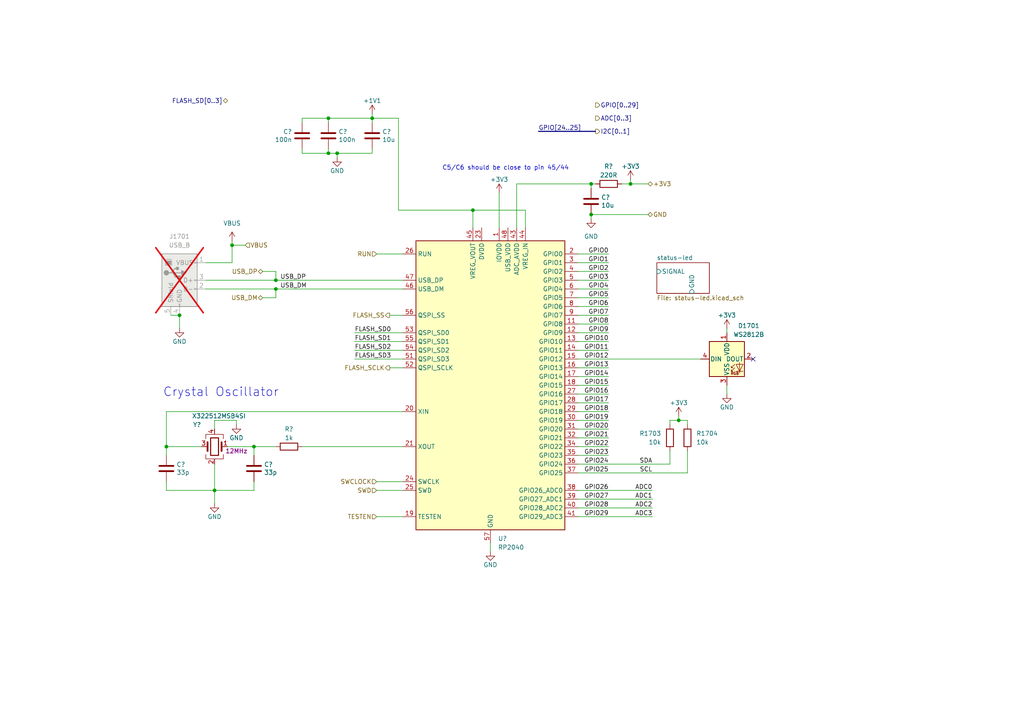
<source format=kicad_sch>
(kicad_sch (version 20231120) (generator "eeschema") (generator_version "8.0")
  (paper "A4")
  (lib_symbols
    (symbol "Connector:USB_B" (pin_names (offset 1.016))
      (property "Reference" "J" (at -5.08 11.43 0))
      (property "Value" "USB_B" (at -5.08 8.89 0))
      (symbol "USB_B_0_1"
        (rectangle (start -5.08 -7.62) (end 5.08 7.62) (stroke (width 0.254)) (fill (type background)))
        (circle (center -3.81 2.159) (radius 0.635) (stroke (width 0.254)) (fill (type outline)))
        (rectangle (start -3.81 5.588) (end -2.54 4.572) (fill (type outline)))
        (circle (center -0.635 3.429) (radius 0.381) (stroke (width 0.254)) (fill (type outline)))
        (rectangle (start -0.127 -7.62) (end 0.127 -6.858))
        (polyline (pts (xy -1.905 2.159) (xy 0.635 2.159)) (stroke (width 0.254)))
        (polyline (pts (xy -3.175 2.159) (xy -2.54 2.159) (xy -1.27 3.429) (xy -0.635 3.429)) (stroke (width 0.254)))
        (polyline (pts (xy -2.54 2.159) (xy -1.905 2.159) (xy -1.27 0.889) (xy 0 0.889)) (stroke (width 0.254)))
        (polyline (pts (xy 0.635 2.794) (xy 0.635 1.524) (xy 1.905 2.159) (xy 0.635 2.794)) (stroke (width 0.254)) (fill (type outline)))
        (polyline (pts (xy -4.064 4.318) (xy -2.286 4.318) (xy -2.286 5.715) (xy -2.667 6.096) (xy -3.683 6.096) (xy -4.064 5.715) (xy -4.064 4.318)))
        (rectangle (start 0.254 1.27) (end -0.508 0.508) (stroke (width 0.254)) (fill (type outline)))
        (rectangle (start 5.08 -2.667) (end 4.318 -2.413))
        (rectangle (start 5.08 -0.127) (end 4.318 0.127))
        (rectangle (start 5.08 4.953) (end 4.318 5.207))
      )
      (symbol "USB_B_1_1"
        (pin power_out line (at 7.62 5.08 180) (length 2.54) (name "VBUS") (number "1"))
        (pin bidirectional line (at 7.62 -2.54 180) (length 2.54) (name "D-") (number "2"))
        (pin bidirectional line (at 7.62 0 180) (length 2.54) (name "D+") (number "3"))
        (pin power_out line (at 0 -10.16 90) (length 2.54) (name "GND") (number "4"))
        (pin passive line (at -2.54 -10.16 90) (length 2.54) (name "Shield") (number "5"))
      )
    )
    (symbol "Device:C" (pin_numbers hide) (pin_names (offset 0.254))
      (property "Reference" "C" (at 0.635 2.54 0))
      (property "Value" "C" (at 0.635 -2.54 0))
      (symbol "C_0_1"
        (polyline (pts (xy -2.032 -0.762) (xy 2.032 -0.762)) (stroke (width 0.508)))
        (polyline (pts (xy -2.032 0.762) (xy 2.032 0.762)) (stroke (width 0.508)))
      )
      (symbol "C_1_1"
        (pin passive line (at 0 3.81 270) (length 2.794) (name "~") (number "1"))
        (pin passive line (at 0 -3.81 90) (length 2.794) (name "~") (number "2"))
      )
    )
    (symbol "Device:R" (pin_numbers hide) (pin_names (offset 0))
      (property "Reference" "R" (at 2.032 0 90))
      (property "Value" "R" (at 0 0 90))
      (symbol "R_0_1"
        (rectangle (start -1.016 -2.54) (end 1.016 2.54) (stroke (width 0.254)))
      )
      (symbol "R_1_1"
        (pin passive line (at 0 3.81 270) (length 1.27) (name "~") (number "1"))
        (pin passive line (at 0 -3.81 90) (length 1.27) (name "~") (number "2"))
      )
    )
    (symbol "LED:WS2812B" (pin_names (offset 0.254))
      (property "Reference" "D" (at 5.08 5.715 0))
      (property "Value" "WS2812B" (at 1.27 -5.715 0))
      (symbol "WS2812B_0_0"
        (text "RGB" (at 2.286 -4.191 0) (effects (font (size 0.762 0.762))))
      )
      (symbol "WS2812B_0_1"
        (polyline (pts (xy 1.27 -3.556) (xy 1.778 -3.556)))
        (polyline (pts (xy 1.27 -2.54) (xy 1.778 -2.54)))
        (polyline (pts (xy 4.699 -3.556) (xy 2.667 -3.556)))
        (polyline (pts (xy 2.286 -2.54) (xy 1.27 -3.556) (xy 1.27 -3.048)))
        (polyline (pts (xy 2.286 -1.524) (xy 1.27 -2.54) (xy 1.27 -2.032)))
        (polyline (pts (xy 3.683 -1.016) (xy 3.683 -3.556) (xy 3.683 -4.064)))
        (polyline (pts (xy 4.699 -1.524) (xy 2.667 -1.524) (xy 3.683 -3.556) (xy 4.699 -1.524)))
        (rectangle (start 5.08 5.08) (end -5.08 -5.08) (stroke (width 0.254)) (fill (type background)))
      )
      (symbol "WS2812B_1_1"
        (pin power_in line (at 0 7.62 270) (length 2.54) (name "VDD") (number "1"))
        (pin output line (at 7.62 0 180) (length 2.54) (name "DOUT") (number "2"))
        (pin power_in line (at 0 -7.62 90) (length 2.54) (name "VSS") (number "3"))
        (pin input line (at -7.62 0 0) (length 2.54) (name "DIN") (number "4"))
      )
    )
    (symbol "MCU_RaspberryPi:RP2040"
      (property "Reference" "U" (at 17.78 45.72 0))
      (property "Value" "RP2040" (at 17.78 43.18 0))
      (symbol "RP2040_0_1"
        (rectangle (start -21.59 41.91) (end 21.59 -41.91) (stroke (width 0.254)) (fill (type background)))
      )
      (symbol "RP2040_1_1"
        (pin power_in line (at 2.54 45.72 270) (length 3.81) (name "IOVDD") (number "1"))
        (pin passive line (at 2.54 45.72 270) (length 3.81) hide (name "IOVDD") (number "10"))
        (pin bidirectional line (at 25.4 17.78 180) (length 3.81) (name "GPIO8") (number "11"))
        (pin bidirectional line (at 25.4 15.24 180) (length 3.81) (name "GPIO9") (number "12"))
        (pin bidirectional line (at 25.4 12.7 180) (length 3.81) (name "GPIO10") (number "13"))
        (pin bidirectional line (at 25.4 10.16 180) (length 3.81) (name "GPIO11") (number "14"))
        (pin bidirectional line (at 25.4 7.62 180) (length 3.81) (name "GPIO12") (number "15"))
        (pin bidirectional line (at 25.4 5.08 180) (length 3.81) (name "GPIO13") (number "16"))
        (pin bidirectional line (at 25.4 2.54 180) (length 3.81) (name "GPIO14") (number "17"))
        (pin bidirectional line (at 25.4 0 180) (length 3.81) (name "GPIO15") (number "18"))
        (pin input line (at -25.4 -38.1 0) (length 3.81) (name "TESTEN") (number "19"))
        (pin bidirectional line (at 25.4 38.1 180) (length 3.81) (name "GPIO0") (number "2"))
        (pin input line (at -25.4 -7.62 0) (length 3.81) (name "XIN") (number "20"))
        (pin passive line (at -25.4 -17.78 0) (length 3.81) (name "XOUT") (number "21"))
        (pin passive line (at 2.54 45.72 270) (length 3.81) hide (name "IOVDD") (number "22"))
        (pin power_in line (at -2.54 45.72 270) (length 3.81) (name "DVDD") (number "23"))
        (pin input line (at -25.4 -27.94 0) (length 3.81) (name "SWCLK") (number "24"))
        (pin bidirectional line (at -25.4 -30.48 0) (length 3.81) (name "SWD") (number "25"))
        (pin input line (at -25.4 38.1 0) (length 3.81) (name "RUN") (number "26"))
        (pin bidirectional line (at 25.4 -2.54 180) (length 3.81) (name "GPIO16") (number "27"))
        (pin bidirectional line (at 25.4 -5.08 180) (length 3.81) (name "GPIO17") (number "28"))
        (pin bidirectional line (at 25.4 -7.62 180) (length 3.81) (name "GPIO18") (number "29"))
        (pin bidirectional line (at 25.4 35.56 180) (length 3.81) (name "GPIO1") (number "3"))
        (pin bidirectional line (at 25.4 -10.16 180) (length 3.81) (name "GPIO19") (number "30"))
        (pin bidirectional line (at 25.4 -12.7 180) (length 3.81) (name "GPIO20") (number "31"))
        (pin bidirectional line (at 25.4 -15.24 180) (length 3.81) (name "GPIO21") (number "32"))
        (pin passive line (at 2.54 45.72 270) (length 3.81) hide (name "IOVDD") (number "33"))
        (pin bidirectional line (at 25.4 -17.78 180) (length 3.81) (name "GPIO22") (number "34"))
        (pin bidirectional line (at 25.4 -20.32 180) (length 3.81) (name "GPIO23") (number "35"))
        (pin bidirectional line (at 25.4 -22.86 180) (length 3.81) (name "GPIO24") (number "36"))
        (pin bidirectional line (at 25.4 -25.4 180) (length 3.81) (name "GPIO25") (number "37"))
        (pin bidirectional line (at 25.4 -30.48 180) (length 3.81) (name "GPIO26_ADC0") (number "38"))
        (pin bidirectional line (at 25.4 -33.02 180) (length 3.81) (name "GPIO27_ADC1") (number "39"))
        (pin bidirectional line (at 25.4 33.02 180) (length 3.81) (name "GPIO2") (number "4"))
        (pin bidirectional line (at 25.4 -35.56 180) (length 3.81) (name "GPIO28_ADC2") (number "40"))
        (pin bidirectional line (at 25.4 -38.1 180) (length 3.81) (name "GPIO29_ADC3") (number "41"))
        (pin passive line (at 2.54 45.72 270) (length 3.81) hide (name "IOVDD") (number "42"))
        (pin power_in line (at 7.62 45.72 270) (length 3.81) (name "ADC_AVDD") (number "43"))
        (pin power_in line (at 10.16 45.72 270) (length 3.81) (name "VREG_IN") (number "44"))
        (pin power_out line (at -5.08 45.72 270) (length 3.81) (name "VREG_VOUT") (number "45"))
        (pin bidirectional line (at -25.4 27.94 0) (length 3.81) (name "USB_DM") (number "46"))
        (pin bidirectional line (at -25.4 30.48 0) (length 3.81) (name "USB_DP") (number "47"))
        (pin power_in line (at 5.08 45.72 270) (length 3.81) (name "USB_VDD") (number "48"))
        (pin passive line (at 2.54 45.72 270) (length 3.81) hide (name "IOVDD") (number "49"))
        (pin bidirectional line (at 25.4 30.48 180) (length 3.81) (name "GPIO3") (number "5"))
        (pin passive line (at -2.54 45.72 270) (length 3.81) hide (name "DVDD") (number "50"))
        (pin bidirectional line (at -25.4 7.62 0) (length 3.81) (name "QSPI_SD3") (number "51"))
        (pin output line (at -25.4 5.08 0) (length 3.81) (name "QSPI_SCLK") (number "52"))
        (pin bidirectional line (at -25.4 15.24 0) (length 3.81) (name "QSPI_SD0") (number "53"))
        (pin bidirectional line (at -25.4 10.16 0) (length 3.81) (name "QSPI_SD2") (number "54"))
        (pin bidirectional line (at -25.4 12.7 0) (length 3.81) (name "QSPI_SD1") (number "55"))
        (pin bidirectional line (at -25.4 20.32 0) (length 3.81) (name "QSPI_SS") (number "56"))
        (pin power_in line (at 0 -45.72 90) (length 3.81) (name "GND") (number "57"))
        (pin bidirectional line (at 25.4 27.94 180) (length 3.81) (name "GPIO4") (number "6"))
        (pin bidirectional line (at 25.4 25.4 180) (length 3.81) (name "GPIO5") (number "7"))
        (pin bidirectional line (at 25.4 22.86 180) (length 3.81) (name "GPIO6") (number "8"))
        (pin bidirectional line (at 25.4 20.32 180) (length 3.81) (name "GPIO7") (number "9"))
      )
    )
    (symbol "RP2040-Decoder_Additional_Symbols:X322512MSB4SI" (pin_names (offset 1.016) hide)
      (property "Reference" "Y" (at 3.175 5.08 0))
      (property "Value" "X322512MSB4SI" (at 3.175 3.175 0))
      (property "Frequency" "12MHz" (at 6.35 -2.54 0))
      (symbol "X322512MSB4SI_0_1"
        (rectangle (start -1.143 2.54) (end 1.143 -2.54) (stroke (width 0.3048)))
        (polyline (pts (xy -2.54 0) (xy -2.032 0)))
        (polyline (pts (xy -2.032 -1.27) (xy -2.032 1.27)) (stroke (width 0.508)))
        (polyline (pts (xy 0 -3.81) (xy 0 -3.556)))
        (polyline (pts (xy 0 3.556) (xy 0 3.81)))
        (polyline (pts (xy 2.032 -1.27) (xy 2.032 1.27)) (stroke (width 0.508)))
        (polyline (pts (xy 2.032 0) (xy 2.54 0)))
        (polyline (pts (xy -2.54 -2.286) (xy -2.54 -3.556) (xy 2.54 -3.556) (xy 2.54 -2.286)))
        (polyline (pts (xy -2.54 2.286) (xy -2.54 3.556) (xy 2.54 3.556) (xy 2.54 2.286)))
      )
      (symbol "X322512MSB4SI_1_1"
        (pin passive line (at -3.81 0 0) (length 1.27) (name "1") (number "1"))
        (pin passive line (at 0 5.08 270) (length 1.27) (name "2") (number "2"))
        (pin passive line (at 3.81 0 180) (length 1.27) (name "3") (number "3"))
        (pin passive line (at 0 -5.08 90) (length 1.27) (name "4") (number "4"))
      )
    )
    (symbol "power:+1V1" (power) (pin_names (offset 0))
      (property "Value" "+1V1" (at 0 3.556 0))
      (symbol "+1V1_0_1"
        (polyline (pts (xy -0.762 1.27) (xy 0 2.54)))
        (polyline (pts (xy 0 0) (xy 0 2.54)))
        (polyline (pts (xy 0 2.54) (xy 0.762 1.27)))
      )
      (symbol "+1V1_1_1"
        (pin power_in line (at 0 0 90) (length 0) hide (name "+1V1") (number "1"))
      )
    )
    (symbol "power:+3V3" (power) (pin_names (offset 0))
      (property "Value" "+3V3" (at 0 3.556 0))
      (symbol "+3V3_0_1"
        (polyline (pts (xy -0.762 1.27) (xy 0 2.54)))
        (polyline (pts (xy 0 0) (xy 0 2.54)))
        (polyline (pts (xy 0 2.54) (xy 0.762 1.27)))
      )
      (symbol "+3V3_1_1"
        (pin power_in line (at 0 0 90) (length 0) hide (name "+3V3") (number "1"))
      )
    )
    (symbol "power:GND" (power) (pin_names (offset 0))
      (property "Value" "GND" (at 0 -3.81 0))
      (symbol "GND_0_1"
        (polyline (pts (xy 0 0) (xy 0 -1.27) (xy 1.27 -1.27) (xy 0 -2.54) (xy -1.27 -1.27) (xy 0 -1.27)))
      )
      (symbol "GND_1_1"
        (pin power_in line (at 0 0 270) (length 0) hide (name "GND") (number "1"))
      )
    )
    (symbol "power:VBUS" (power) (pin_names (offset 0))
      (property "Value" "VBUS" (at 0 3.81 0))
      (symbol "VBUS_0_1"
        (polyline (pts (xy -0.762 1.27) (xy 0 2.54)))
        (polyline (pts (xy 0 0) (xy 0 2.54)))
        (polyline (pts (xy 0 2.54) (xy 0.762 1.27)))
      )
      (symbol "VBUS_1_1"
        (pin power_in line (at 0 0 90) (length 0) hide (name "VBUS") (number "1"))
      )
    )
  )
  (junction (at 62.23 142.24))
  (junction (at 95.25 34.29))
  (junction (at 48.26 129.54))
  (junction (at 107.95 34.29))
  (junction (at 97.79 44.45))
  (junction (at 73.66 129.54))
  (junction (at 80.01 83.82))
  (junction (at 95.25 44.45))
  (junction (at 171.45 53.34))
  (junction (at 80.01 81.28))
  (junction (at 137.16 60.96))
  (junction (at 182.88 53.34))
  (junction (at 67.31 71.12))
  (junction (at 52.07 91.44))
  (junction (at 196.85 121.92))
  (junction (at 171.45 62.23))
  (no_connect (at 218.44 104.14))
  (wire (pts (xy 48.26 119.38) (xy 48.26 129.54)))
  (wire (pts (xy 87.63 43.18) (xy 87.63 44.45)))
  (wire (pts (xy 80.01 83.82) (xy 116.84 83.82)))
  (wire (pts (xy 97.79 45.72) (xy 97.79 44.45)))
  (wire (pts (xy 152.4 66.04) (xy 152.4 60.96)))
  (wire (pts (xy 76.2 78.74) (xy 80.01 78.74)))
  (wire (pts (xy 142.24 157.48) (xy 142.24 160.02)))
  (wire (pts (xy 210.82 95.25) (xy 210.82 96.52)))
  (wire (pts (xy 167.64 104.14) (xy 203.2 104.14)))
  (wire (pts (xy 167.64 149.86) (xy 189.23 149.86)))
  (wire (pts (xy 52.07 91.44) (xy 52.07 95.25)))
  (wire (pts (xy 48.26 129.54) (xy 48.26 132.08)))
  (wire (pts (xy 167.64 73.66) (xy 176.53 73.66)))
  (wire (pts (xy 194.31 123.19) (xy 194.31 121.92)))
  (wire (pts (xy 73.66 129.54) (xy 73.66 132.08)))
  (wire (pts (xy 107.95 43.18) (xy 107.95 44.45)))
  (wire (pts (xy 87.63 44.45) (xy 95.25 44.45)))
  (wire (pts (xy 87.63 34.29) (xy 95.25 34.29)))
  (bus (pts (xy 156.21 38.1) (xy 172.72 38.1)))
  (wire (pts (xy 167.64 93.98) (xy 176.53 93.98)))
  (wire (pts (xy 171.45 53.34) (xy 171.45 54.61)))
  (wire (pts (xy 167.64 101.6) (xy 176.53 101.6)))
  (wire (pts (xy 167.64 134.62) (xy 194.31 134.62)))
  (wire (pts (xy 62.23 121.92) (xy 62.23 124.46)))
  (wire (pts (xy 182.88 53.34) (xy 182.88 52.07)))
  (wire (pts (xy 71.12 71.12) (xy 67.31 71.12)))
  (wire (pts (xy 167.64 116.84) (xy 176.53 116.84)))
  (wire (pts (xy 137.16 60.96) (xy 152.4 60.96)))
  (wire (pts (xy 167.64 83.82) (xy 176.53 83.82)))
  (wire (pts (xy 73.66 139.7) (xy 73.66 142.24)))
  (wire (pts (xy 68.58 121.92) (xy 68.58 123.19)))
  (wire (pts (xy 196.85 121.92) (xy 194.31 121.92)))
  (wire (pts (xy 48.26 119.38) (xy 116.84 119.38)))
  (wire (pts (xy 62.23 142.24) (xy 62.23 146.05)))
  (wire (pts (xy 167.64 132.08) (xy 176.53 132.08)))
  (wire (pts (xy 102.87 99.06) (xy 116.84 99.06)))
  (wire (pts (xy 199.39 121.92) (xy 199.39 123.19)))
  (wire (pts (xy 167.64 78.74) (xy 176.53 78.74)))
  (wire (pts (xy 167.64 119.38) (xy 176.53 119.38)))
  (wire (pts (xy 167.64 86.36) (xy 176.53 86.36)))
  (wire (pts (xy 167.64 96.52) (xy 176.53 96.52)))
  (wire (pts (xy 167.64 127) (xy 176.53 127)))
  (wire (pts (xy 180.34 53.34) (xy 182.88 53.34)))
  (wire (pts (xy 149.86 53.34) (xy 149.86 66.04)))
  (wire (pts (xy 95.25 34.29) (xy 107.95 34.29)))
  (wire (pts (xy 187.96 62.23) (xy 171.45 62.23)))
  (wire (pts (xy 59.69 76.2) (xy 67.31 76.2)))
  (wire (pts (xy 95.25 44.45) (xy 95.25 43.18)))
  (wire (pts (xy 182.88 53.34) (xy 187.96 53.34)))
  (wire (pts (xy 48.26 139.7) (xy 48.26 142.24)))
  (wire (pts (xy 67.31 71.12) (xy 67.31 76.2)))
  (wire (pts (xy 113.03 91.44) (xy 116.84 91.44)))
  (wire (pts (xy 144.78 55.88) (xy 144.78 66.04)))
  (wire (pts (xy 167.64 99.06) (xy 176.53 99.06)))
  (wire (pts (xy 102.87 101.6) (xy 116.84 101.6)))
  (wire (pts (xy 107.95 34.29) (xy 107.95 35.56)))
  (wire (pts (xy 167.64 109.22) (xy 176.53 109.22)))
  (wire (pts (xy 102.87 104.14) (xy 116.84 104.14)))
  (wire (pts (xy 167.64 137.16) (xy 199.39 137.16)))
  (wire (pts (xy 167.64 88.9) (xy 176.53 88.9)))
  (wire (pts (xy 210.82 111.76) (xy 210.82 114.3)))
  (wire (pts (xy 48.26 129.54) (xy 58.42 129.54)))
  (wire (pts (xy 95.25 34.29) (xy 95.25 35.56)))
  (wire (pts (xy 167.64 81.28) (xy 176.53 81.28)))
  (wire (pts (xy 115.57 60.96) (xy 137.16 60.96)))
  (wire (pts (xy 167.64 114.3) (xy 176.53 114.3)))
  (wire (pts (xy 67.31 69.85) (xy 67.31 71.12)))
  (wire (pts (xy 87.63 35.56) (xy 87.63 34.29)))
  (wire (pts (xy 62.23 134.62) (xy 62.23 142.24)))
  (wire (pts (xy 149.86 53.34) (xy 171.45 53.34)))
  (wire (pts (xy 109.22 149.86) (xy 116.84 149.86)))
  (wire (pts (xy 109.22 73.66) (xy 116.84 73.66)))
  (wire (pts (xy 62.23 142.24) (xy 73.66 142.24)))
  (wire (pts (xy 171.45 53.34) (xy 172.72 53.34)))
  (wire (pts (xy 87.63 129.54) (xy 116.84 129.54)))
  (wire (pts (xy 80.01 86.36) (xy 80.01 83.82)))
  (wire (pts (xy 102.87 96.52) (xy 116.84 96.52)))
  (wire (pts (xy 109.22 139.7) (xy 116.84 139.7)))
  (wire (pts (xy 167.64 147.32) (xy 189.23 147.32)))
  (wire (pts (xy 48.26 142.24) (xy 62.23 142.24)))
  (wire (pts (xy 171.45 62.23) (xy 171.45 63.5)))
  (wire (pts (xy 49.53 91.44) (xy 52.07 91.44)))
  (wire (pts (xy 167.64 111.76) (xy 176.53 111.76)))
  (wire (pts (xy 167.64 124.46) (xy 176.53 124.46)))
  (wire (pts (xy 80.01 81.28) (xy 116.84 81.28)))
  (wire (pts (xy 115.57 34.29) (xy 115.57 60.96)))
  (wire (pts (xy 73.66 129.54) (xy 80.01 129.54)))
  (wire (pts (xy 167.64 76.2) (xy 176.53 76.2)))
  (wire (pts (xy 76.2 86.36) (xy 80.01 86.36)))
  (wire (pts (xy 167.64 121.92) (xy 176.53 121.92)))
  (wire (pts (xy 62.23 121.92) (xy 68.58 121.92)))
  (wire (pts (xy 199.39 130.81) (xy 199.39 137.16)))
  (wire (pts (xy 95.25 44.45) (xy 97.79 44.45)))
  (wire (pts (xy 80.01 78.74) (xy 80.01 81.28)))
  (wire (pts (xy 59.69 81.28) (xy 80.01 81.28)))
  (wire (pts (xy 194.31 130.81) (xy 194.31 134.62)))
  (wire (pts (xy 66.04 129.54) (xy 73.66 129.54)))
  (wire (pts (xy 107.95 44.45) (xy 97.79 44.45)))
  (wire (pts (xy 167.64 144.78) (xy 189.23 144.78)))
  (wire (pts (xy 137.16 60.96) (xy 137.16 66.04)))
  (wire (pts (xy 167.64 142.24) (xy 189.23 142.24)))
  (wire (pts (xy 109.22 142.24) (xy 116.84 142.24)))
  (wire (pts (xy 113.03 106.68) (xy 116.84 106.68)))
  (wire (pts (xy 167.64 91.44) (xy 176.53 91.44)))
  (wire (pts (xy 167.64 129.54) (xy 176.53 129.54)))
  (wire (pts (xy 196.85 120.65) (xy 196.85 121.92)))
  (wire (pts (xy 59.69 83.82) (xy 80.01 83.82)))
  (wire (pts (xy 107.95 34.29) (xy 115.57 34.29)))
  (wire (pts (xy 167.64 106.68) (xy 176.53 106.68)))
  (wire (pts (xy 107.95 34.29) (xy 107.95 33.02)))
  (wire (pts (xy 196.85 121.92) (xy 199.39 121.92)))
  (text "Crystal Oscillator" (at 47.244 115.316 0) (effects (font (size 2.54 2.54)) (justify left bottom)))
  (text "C5/C6 should be close to pin 45/44" (at 128.27 49.53 0) (effects (font (size 1.27 1.27)) (justify left bottom)))
  (label "SDA" (at 189.23 134.62 180))
  (label "GPIO23" (at 176.53 132.08 180))
  (label "FLASH_SD3" (at 102.87 104.14 0))
  (label "GPIO16" (at 176.53 114.3 180))
  (label "ADC3" (at 189.23 149.86 180))
  (label "GPIO15" (at 176.53 111.76 180))
  (label "GPIO[24..25]" (at 156.21 38.1 0))
  (label "GPIO29" (at 176.53 149.86 180))
  (label "GPIO27" (at 176.53 144.78 180))
  (label "GPIO7" (at 176.53 91.44 180))
  (label "USB_DM" (at 81.28 83.82 0))
  (label "GPIO28" (at 176.53 147.32 180))
  (label "GPIO20" (at 176.53 124.46 180))
  (label "FLASH_SD2" (at 102.87 101.6 0))
  (label "GPIO10" (at 176.53 99.06 180))
  (label "GPIO8" (at 176.53 93.98 180))
  (label "ADC0" (at 189.23 142.24 180))
  (label "GPIO2" (at 176.53 78.74 180))
  (label "GPIO26" (at 176.53 142.24 180))
  (label "GPIO18" (at 176.53 119.38 180))
  (label "SCL" (at 189.23 137.16 180))
  (label "FLASH_SD0" (at 102.87 96.52 0))
  (label "FLASH_SD1" (at 102.87 99.06 0))
  (label "GPIO13" (at 176.53 106.68 180))
  (label "GPIO3" (at 176.53 81.28 180))
  (label "GPIO6" (at 176.53 88.9 180))
  (label "GPIO9" (at 176.53 96.52 180))
  (label "ADC1" (at 189.23 144.78 180))
  (label "USB_DP" (at 81.28 81.28 0))
  (label "GPIO24" (at 176.53 134.62 180))
  (label "GPIO0" (at 176.53 73.66 180))
  (label "GPIO25" (at 176.53 137.16 180))
  (label "GPIO4" (at 176.53 83.82 180))
  (label "GPIO12" (at 176.53 104.14 180))
  (label "GPIO5" (at 176.53 86.36 180))
  (label "GPIO22" (at 176.53 129.54 180))
  (label "GPIO21" (at 176.53 127 180))
  (label "GPIO17" (at 176.53 116.84 180))
  (label "GPIO19" (at 176.53 121.92 180))
  (label "ADC2" (at 189.23 147.32 180))
  (label "GPIO14" (at 176.53 109.22 180))
  (label "GPIO11" (at 176.53 101.6 180))
  (label "GPIO1" (at 176.53 76.2 180))
  (hierarchical_label "ADC[0..3]" (shape output) (at 172.72 34.29 0))
  (hierarchical_label "RUN" (shape input) (at 109.22 73.66 180))
  (hierarchical_label "FLASH_SD[0..3]" (shape bidirectional) (at 66.04 29.21 180))
  (hierarchical_label "FLASH_SS" (shape output) (at 113.03 91.44 180))
  (hierarchical_label "GND" (shape bidirectional) (at 187.96 62.23 0))
  (hierarchical_label "FLASH_SCLK" (shape output) (at 113.03 106.68 180))
  (hierarchical_label "TESTEN" (shape input) (at 109.22 149.86 180))
  (hierarchical_label "SWCLOCK" (shape input) (at 109.22 139.7 180))
  (hierarchical_label "USB_DP" (shape bidirectional) (at 76.2 78.74 180))
  (hierarchical_label "+3V3" (shape bidirectional) (at 187.96 53.34 0))
  (hierarchical_label "USB_DM" (shape bidirectional) (at 76.2 86.36 180))
  (hierarchical_label "VBUS" (shape input) (at 71.12 71.12 0))
  (hierarchical_label "SWD" (shape input) (at 109.22 142.24 180))
  (hierarchical_label "GPIO[0..29]" (shape output) (at 172.72 30.48 0))
  (hierarchical_label "I2C[0..1]" (shape output) (at 172.72 38.1 0))
  (symbol (lib_id "Device:C") (at 95.25 39.37 0) (unit 1)
    (property "Reference" "C?" (at 98.171 38.2016 0) (effects (justify left)))
    (property "Value" "100n" (at 98.171 40.513 0) (effects (justify left)))
    (property "Footprint" "Capacitor_SMD:C_0805_2012Metric_Pad1.18x1.45mm_HandSolder" (effects (hide yes)))
    (property "Description" "Unpolarized capacitor" (effects (hide yes)))
    (property "OLI_ID" "100nF_0805" (effects (hide yes)))
  )
  (symbol (lib_id "power:+3V3") (at 210.82 95.25 0) (mirror y) (unit 1)
    (property "Reference" "#PWR01712" (effects (hide yes)))
    (property "Value" "+3V3" (at 210.82 91.44 0))
    (property "Description" "Power symbol creates a global label with name \"+3V3\"" (effects (hide yes)))
  )
  (symbol (lib_id "power:GND") (at 142.24 160.02 0) (unit 1)
    (property "Reference" "#PWR?" (effects (hide yes)))
    (property "Value" "GND" (at 142.24 163.83 0))
    (property "Description" "Power symbol creates a global label with name \"GND\" , ground" (effects (hide yes)))
  )
  (symbol (lib_id "power:GND") (at 97.79 45.72 0) (unit 1)
    (property "Reference" "#PWR?" (effects (hide yes)))
    (property "Value" "GND" (at 97.79 49.53 0))
    (property "Description" "Power symbol creates a global label with name \"GND\" , ground" (effects (hide yes)))
  )
  (symbol (lib_id "Device:C") (at 48.26 135.89 0) (unit 1)
    (property "Reference" "C?" (at 51.181 134.7216 0) (effects (justify left)))
    (property "Value" "33p" (at 51.181 137.033 0) (effects (justify left)))
    (property "Footprint" "Capacitor_SMD:C_0805_2012Metric_Pad1.18x1.45mm_HandSolder" (effects (hide yes)))
    (property "Description" "Unpolarized capacitor" (effects (hide yes)))
  )
  (symbol (lib_id "power:+3V3") (at 196.85 120.65 0) (mirror y) (unit 1)
    (property "Reference" "#PWR01711" (effects (hide yes)))
    (property "Value" "+3V3" (at 196.85 116.84 0))
    (property "Description" "Power symbol creates a global label with name \"+3V3\"" (effects (hide yes)))
  )
  (symbol (lib_id "Device:C") (at 107.95 39.37 0) (unit 1)
    (property "Reference" "C?" (at 110.871 38.2016 0) (effects (justify left)))
    (property "Value" "10u" (at 110.871 40.513 0) (effects (justify left)))
    (property "Footprint" "Capacitor_SMD:C_0805_2012Metric_Pad1.18x1.45mm_HandSolder" (effects (hide yes)))
    (property "Description" "Unpolarized capacitor" (effects (hide yes)))
    (property "OLI_ID" "10uF_0805" (effects (hide yes)))
  )
  (symbol (lib_id "Device:R") (at 176.53 53.34 270) (unit 1)
    (property "Reference" "R?" (at 176.53 48.26 90))
    (property "Value" "220R" (at 176.53 50.8 90))
    (property "Footprint" "Resistor_SMD:R_0805_2012Metric_Pad1.20x1.40mm_HandSolder" (effects (hide yes)))
    (property "Description" "Resistor" (effects (hide yes)))
    (property "OLI_ID" "220R_0805" (effects (hide yes)))
  )
  (symbol (lib_id "Device:C") (at 73.66 135.89 0) (unit 1)
    (property "Reference" "C?" (at 76.581 134.7216 0) (effects (justify left)))
    (property "Value" "33p" (at 76.581 137.033 0) (effects (justify left)))
    (property "Footprint" "Capacitor_SMD:C_0805_2012Metric_Pad1.18x1.45mm_HandSolder" (effects (hide yes)))
    (property "Description" "Unpolarized capacitor" (effects (hide yes)))
  )
  (symbol (lib_id "power:GND") (at 62.23 146.05 0) (unit 1)
    (property "Reference" "#PWR?" (effects (hide yes)))
    (property "Value" "GND" (at 62.23 149.86 0))
    (property "Description" "Power symbol creates a global label with name \"GND\" , ground" (effects (hide yes)))
  )
  (symbol (lib_id "Device:C") (at 87.63 39.37 0) (mirror y) (unit 1)
    (property "Reference" "C?" (at 84.709 38.2016 0) (effects (justify left)))
    (property "Value" "100n" (at 84.709 40.513 0) (effects (justify left)))
    (property "Footprint" "Capacitor_SMD:C_0805_2012Metric_Pad1.18x1.45mm_HandSolder" (effects (hide yes)))
    (property "Description" "Unpolarized capacitor" (effects (hide yes)))
    (property "OLI_ID" "100nF_0805" (effects (hide yes)))
  )
  (symbol (lib_id "LED:WS2812B") (at 210.82 104.14 0) (unit 1)
    (property "Reference" "D1701" (at 217.17 94.488 0))
    (property "Value" "WS2812B" (at 217.17 97.028 0))
    (property "Footprint" "LED_SMD:LED_WS2812B_PLCC4_5.0x5.0mm_P3.2mm" (effects (hide yes)))
    (property "Datasheet" "https://cdn-shop.adafruit.com/datasheets/WS2812B.pdf" (effects (hide yes)))
    (property "Description" "RGB LED with integrated controller" (effects (hide yes)))
    (property "OLI_ID" "WS2812B_SMD5050" (effects (hide yes)))
  )
  (symbol (lib_id "power:GND") (at 171.45 63.5 0) (unit 1)
    (property "Reference" "#PWR?" (effects (hide yes)))
    (property "Value" "GND" (at 171.45 68.58 0))
    (property "Description" "Power symbol creates a global label with name \"GND\" , ground" (effects (hide yes)))
  )
  (symbol (lib_id "power:GND") (at 68.58 123.19 0) (unit 1)
    (property "Reference" "#PWR?" (effects (hide yes)))
    (property "Value" "GND" (at 68.58 127 0))
    (property "Description" "Power symbol creates a global label with name \"GND\" , ground" (effects (hide yes)))
  )
  (symbol (lib_id "Connector:USB_B") (at 52.07 81.28 0) (unit 1) (dnp yes)
    (property "Reference" "J1701" (at 52.07 68.58 0))
    (property "Value" "USB_B" (at 52.07 71.12 0))
    (property "Footprint" "Connector_USB:USB_B_OST_USB-B1HSxx_Horizontal" (effects (hide yes)))
    (property "Datasheet" " ~" (effects (hide yes)))
    (property "Description" "USB Type B connector" (effects (hide yes)))
  )
  (symbol (lib_id "Device:R") (at 83.82 129.54 270) (unit 1)
    (property "Reference" "R?" (at 83.82 124.46 90))
    (property "Value" "1k" (at 83.82 127 90))
    (property "Footprint" "Resistor_SMD:R_0805_2012Metric_Pad1.20x1.40mm_HandSolder" (effects (hide yes)))
    (property "Description" "Resistor" (effects (hide yes)))
    (property "OLI_ID" "1k_0805" (effects (hide yes)))
  )
  (symbol (lib_id "Device:R") (at 199.39 127 0) (unit 1)
    (property "Reference" "R1704" (at 201.93 125.7299 0) (effects (justify left)))
    (property "Value" "10k" (at 201.93 128.2699 0) (effects (justify left)))
    (property "Footprint" "Resistor_SMD:R_0805_2012Metric_Pad1.20x1.40mm_HandSolder" (effects (hide yes)))
    (property "Description" "Resistor" (effects (hide yes)))
    (property "OLI_ID" "10k_0805" (effects (hide yes)))
  )
  (symbol (lib_id "power:+1V1") (at 107.95 33.02 0) (unit 1)
    (property "Reference" "#PWR?" (effects (hide yes)))
    (property "Value" "+1V1" (at 107.95 29.21 0))
    (property "Description" "Power symbol creates a global label with name \"+1V1\"" (effects (hide yes)))
  )
  (symbol (lib_id "MCU_RaspberryPi:RP2040") (at 142.24 111.76 0) (unit 1)
    (property "Reference" "U?" (at 144.4341 156.21 0) (effects (justify left)))
    (property "Value" "RP2040" (at 144.4341 158.75 0) (effects (justify left)))
    (property "Footprint" "Package_DFN_QFN:QFN-56-1EP_7x7mm_P0.4mm_EP3.2x3.2mm" (effects (hide yes)))
    (property "Datasheet" "https://datasheets.raspberrypi.com/rp2040/rp2040-datasheet.pdf" (effects (hide yes)))
    (property "Description" "A microcontroller by Raspberry Pi" (effects (hide yes)))
    (property "OLI_ID" "RP2040_LQFN-56" (effects (hide yes)))
  )
  (symbol (lib_id "power:+3V3") (at 144.78 55.88 0) (mirror y) (unit 1)
    (property "Reference" "#PWR?" (effects (hide yes)))
    (property "Value" "+3V3" (at 144.78 52.07 0))
    (property "Description" "Power symbol creates a global label with name \"+3V3\"" (effects (hide yes)))
  )
  (symbol (lib_id "power:+3V3") (at 182.88 52.07 0) (mirror y) (unit 1)
    (property "Reference" "#PWR?" (effects (hide yes)))
    (property "Value" "+3V3" (at 182.88 48.26 0))
    (property "Description" "Power symbol creates a global label with name \"+3V3\"" (effects (hide yes)))
  )
  (symbol (lib_id "RP2040-Decoder_Additional_Symbols:X322512MSB4SI") (at 62.23 129.54 180) (unit 1)
    (property "Reference" "Y?" (at 57.15 123.19 0))
    (property "Value" "X322512MSB4SI" (at 63.5 120.65 0))
    (property "Footprint" "Crystal:Crystal_SMD_3225-4Pin_3.2x2.5mm" (effects (hide yes)))
    (property "Datasheet" "https://datasheet.lcsc.com/lcsc/2103291203_Yangxing-Tech-X322512MSB4SI_C9002.pdf" (effects (hide yes)))
    (property "Frequency" "12MHz" (at 68.58 130.81 0))
    (property "OLI_ID" "X322512MSB4SI_SMD3225" (effects (hide yes)))
  )
  (symbol (lib_id "Device:R") (at 194.31 127 0) (mirror y) (unit 1)
    (property "Reference" "R1703" (at 191.77 125.7299 0) (effects (justify left)))
    (property "Value" "10k" (at 191.77 128.2699 0) (effects (justify left)))
    (property "Footprint" "Resistor_SMD:R_0805_2012Metric_Pad1.20x1.40mm_HandSolder" (effects (hide yes)))
    (property "Description" "Resistor" (effects (hide yes)))
    (property "OLI_ID" "10k_0805" (effects (hide yes)))
  )
  (symbol (lib_id "power:GND") (at 210.82 114.3 0) (unit 1)
    (property "Reference" "#PWR01713" (effects (hide yes)))
    (property "Value" "GND" (at 210.82 118.11 0))
    (property "Description" "Power symbol creates a global label with name \"GND\" , ground" (effects (hide yes)))
  )
  (symbol (lib_id "power:VBUS") (at 67.31 69.85 0) (unit 1)
    (property "Reference" "#PWR01703" (effects (hide yes)))
    (property "Value" "VBUS" (at 67.31 64.77 0))
    (property "Description" "Power symbol creates a global label with name \"VBUS\"" (effects (hide yes)))
  )
  (symbol (lib_id "power:GND") (at 52.07 95.25 0) (unit 1)
    (property "Reference" "#PWR?" (effects (hide yes)))
    (property "Value" "GND" (at 52.07 99.06 0))
    (property "Description" "Power symbol creates a global label with name \"GND\" , ground" (effects (hide yes)))
  )
  (symbol (lib_id "Device:C") (at 171.45 58.42 0) (unit 1)
    (property "Reference" "C?" (at 174.371 57.2516 0) (effects (justify left)))
    (property "Value" "10u" (at 174.371 59.563 0) (effects (justify left)))
    (property "Footprint" "Capacitor_SMD:C_0805_2012Metric_Pad1.18x1.45mm_HandSolder" (effects (hide yes)))
    (property "Description" "Unpolarized capacitor" (effects (hide yes)))
    (property "OLI_ID" "10uF_0805" (effects (hide yes)))
  )
  (sheet (at 190.5 76.2) (size 15.24 8.89) (stroke (width 0.1524))
    (property "Sheetname" "status-led" (at 190.5 75.4884 0) (effects (justify left bottom)))
    (property "Sheetfile" "status-led.kicad_sch" (at 190.5 85.6746 0) (effects (justify left top)))
    (pin "GND" input (at 200.66 85.09 270))
    (pin "SIGNAL" input (at 190.5 78.74 180))
  )
)
</source>
